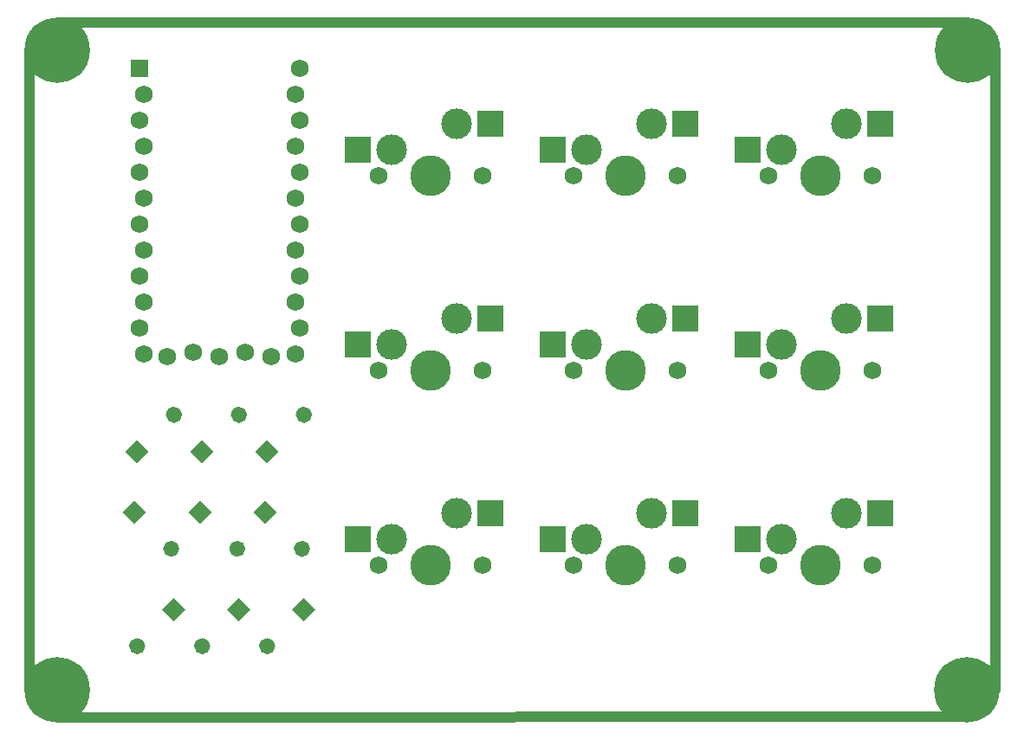
<source format=gbs>
G04 #@! TF.GenerationSoftware,KiCad,Pcbnew,(5.1.10-1-10_14)*
G04 #@! TF.CreationDate,2021-09-27T01:36:05+08:00*
G04 #@! TF.ProjectId,SMP v.2,534d5020-762e-4322-9e6b-696361645f70,rev?*
G04 #@! TF.SameCoordinates,Original*
G04 #@! TF.FileFunction,Soldermask,Bot*
G04 #@! TF.FilePolarity,Negative*
%FSLAX46Y46*%
G04 Gerber Fmt 4.6, Leading zero omitted, Abs format (unit mm)*
G04 Created by KiCad (PCBNEW (5.1.10-1-10_14)) date 2021-09-27 01:36:05*
%MOMM*%
%LPD*%
G01*
G04 APERTURE LIST*
%ADD10C,1.000000*%
%ADD11R,2.550000X2.500000*%
%ADD12C,1.750000*%
%ADD13C,3.000000*%
%ADD14C,3.987800*%
%ADD15C,6.400000*%
%ADD16C,1.752600*%
%ADD17R,1.752600X1.752600*%
%ADD18C,0.100000*%
G04 APERTURE END LIST*
D10*
X200459599Y-128577340D02*
X200459599Y-66194940D01*
X108822740Y-63340001D02*
X197639940Y-63340001D01*
X108817660Y-131274799D02*
X197637400Y-131249378D01*
X106094801Y-128577340D02*
X106094801Y-66194940D01*
D11*
X151117300Y-73177400D03*
X138190300Y-75717400D03*
D12*
X150355300Y-78257400D03*
X140195300Y-78257400D03*
D13*
X141465300Y-75717400D03*
D14*
X145275300Y-78257400D03*
D13*
X147815300Y-73177400D03*
D11*
X170167300Y-73177400D03*
X157240300Y-75717400D03*
D12*
X169405300Y-78257400D03*
X159245300Y-78257400D03*
D13*
X160515300Y-75717400D03*
D14*
X164325300Y-78257400D03*
D13*
X166865300Y-73177400D03*
D11*
X189217300Y-73177400D03*
X176290300Y-75717400D03*
D12*
X188455300Y-78257400D03*
X178295300Y-78257400D03*
D13*
X179565300Y-75717400D03*
D14*
X183375300Y-78257400D03*
D13*
X185915300Y-73177400D03*
D11*
X151117300Y-92227400D03*
X138190300Y-94767400D03*
D12*
X150355300Y-97307400D03*
X140195300Y-97307400D03*
D13*
X141465300Y-94767400D03*
D14*
X145275300Y-97307400D03*
D13*
X147815300Y-92227400D03*
D11*
X189217300Y-92227400D03*
X176290300Y-94767400D03*
D12*
X188455300Y-97307400D03*
X178295300Y-97307400D03*
D13*
X179565300Y-94767400D03*
D14*
X183375300Y-97307400D03*
D13*
X185915300Y-92227400D03*
D11*
X170167300Y-111277400D03*
X157240300Y-113817400D03*
D12*
X169405300Y-116357400D03*
X159245300Y-116357400D03*
D13*
X160515300Y-113817400D03*
D14*
X164325300Y-116357400D03*
D13*
X166865300Y-111277400D03*
D11*
X189217300Y-111277400D03*
X176290300Y-113817400D03*
D12*
X188455300Y-116357400D03*
X178295300Y-116357400D03*
D13*
X179565300Y-113817400D03*
D14*
X183375300Y-116357400D03*
D13*
X185915300Y-111277400D03*
D11*
X151117300Y-111277400D03*
X138190300Y-113817400D03*
D12*
X150355300Y-116357400D03*
X140195300Y-116357400D03*
D13*
X141465300Y-113817400D03*
D14*
X145275300Y-116357400D03*
D13*
X147815300Y-111277400D03*
D11*
X170167300Y-92227400D03*
X157240300Y-94767400D03*
D12*
X169405300Y-97307400D03*
X159245300Y-97307400D03*
D13*
X160515300Y-94767400D03*
D14*
X164325300Y-97307400D03*
D13*
X166865300Y-92227400D03*
D15*
X197713055Y-128549400D03*
X108794800Y-128574800D03*
X197759600Y-66040000D03*
X108794800Y-66040000D03*
D16*
X119583200Y-95986600D03*
X122123200Y-95529400D03*
X124663200Y-95986600D03*
X127203200Y-95529400D03*
X129743200Y-95986600D03*
X132511800Y-67818000D03*
X117271800Y-95758000D03*
X132054600Y-70358000D03*
X132511800Y-72898000D03*
X132054600Y-75438000D03*
X132511800Y-77978000D03*
X132054600Y-80518000D03*
X132511800Y-83058000D03*
X132054600Y-85598000D03*
X132511800Y-88138000D03*
X132054600Y-90678000D03*
X132511800Y-93218000D03*
X132054600Y-95758000D03*
X116814600Y-93218000D03*
X117271800Y-90678000D03*
X116814600Y-88138000D03*
X117271800Y-85598000D03*
X116814600Y-83058000D03*
X117271800Y-80518000D03*
X116814600Y-77978000D03*
X117271800Y-75438000D03*
X116814600Y-72898000D03*
X117271800Y-70358000D03*
D17*
X116814600Y-67818000D03*
G36*
G01*
X119649839Y-102258395D02*
X119649839Y-102258395D01*
G75*
G02*
X119649839Y-101127025I565685J565685D01*
G01*
X119649839Y-101127025D01*
G75*
G02*
X120781209Y-101127025I565685J-565685D01*
G01*
X120781209Y-101127025D01*
G75*
G02*
X120781209Y-102258395I-565685J-565685D01*
G01*
X120781209Y-102258395D01*
G75*
G02*
X119649839Y-102258395I-565685J565685D01*
G01*
G37*
D18*
G36*
X116623422Y-106416183D02*
G01*
X115492051Y-105284812D01*
X116623422Y-104153441D01*
X117754793Y-105284812D01*
X116623422Y-106416183D01*
G37*
G36*
G01*
X125999839Y-102258395D02*
X125999839Y-102258395D01*
G75*
G02*
X125999839Y-101127025I565685J565685D01*
G01*
X125999839Y-101127025D01*
G75*
G02*
X127131209Y-101127025I565685J-565685D01*
G01*
X127131209Y-101127025D01*
G75*
G02*
X127131209Y-102258395I-565685J-565685D01*
G01*
X127131209Y-102258395D01*
G75*
G02*
X125999839Y-102258395I-565685J565685D01*
G01*
G37*
G36*
X122973422Y-106416183D02*
G01*
X121842051Y-105284812D01*
X122973422Y-104153441D01*
X124104793Y-105284812D01*
X122973422Y-106416183D01*
G37*
G36*
G01*
X132349839Y-102258395D02*
X132349839Y-102258395D01*
G75*
G02*
X132349839Y-101127025I565685J565685D01*
G01*
X132349839Y-101127025D01*
G75*
G02*
X133481209Y-101127025I565685J-565685D01*
G01*
X133481209Y-101127025D01*
G75*
G02*
X133481209Y-102258395I-565685J-565685D01*
G01*
X133481209Y-102258395D01*
G75*
G02*
X132349839Y-102258395I-565685J565685D01*
G01*
G37*
G36*
X129323422Y-106416183D02*
G01*
X128192051Y-105284812D01*
X129323422Y-104153441D01*
X130454793Y-105284812D01*
X129323422Y-106416183D01*
G37*
G36*
G01*
X132161423Y-114230293D02*
X132161423Y-114230293D01*
G75*
G02*
X133292793Y-114230293I565685J-565685D01*
G01*
X133292793Y-114230293D01*
G75*
G02*
X133292793Y-115361663I-565685J-565685D01*
G01*
X133292793Y-115361663D01*
G75*
G02*
X132161423Y-115361663I-565685J565685D01*
G01*
X132161423Y-115361663D01*
G75*
G02*
X132161423Y-114230293I565685J565685D01*
G01*
G37*
G36*
X128003635Y-111203876D02*
G01*
X129135006Y-110072505D01*
X130266377Y-111203876D01*
X129135006Y-112335247D01*
X128003635Y-111203876D01*
G37*
G36*
G01*
X125831743Y-114230293D02*
X125831743Y-114230293D01*
G75*
G02*
X126963113Y-114230293I565685J-565685D01*
G01*
X126963113Y-114230293D01*
G75*
G02*
X126963113Y-115361663I-565685J-565685D01*
G01*
X126963113Y-115361663D01*
G75*
G02*
X125831743Y-115361663I-565685J565685D01*
G01*
X125831743Y-115361663D01*
G75*
G02*
X125831743Y-114230293I565685J565685D01*
G01*
G37*
G36*
X121673955Y-111203876D02*
G01*
X122805326Y-110072505D01*
X123936697Y-111203876D01*
X122805326Y-112335247D01*
X121673955Y-111203876D01*
G37*
G36*
G01*
X119377467Y-114230293D02*
X119377467Y-114230293D01*
G75*
G02*
X120508837Y-114230293I565685J-565685D01*
G01*
X120508837Y-114230293D01*
G75*
G02*
X120508837Y-115361663I-565685J-565685D01*
G01*
X120508837Y-115361663D01*
G75*
G02*
X119377467Y-115361663I-565685J565685D01*
G01*
X119377467Y-115361663D01*
G75*
G02*
X119377467Y-114230293I565685J565685D01*
G01*
G37*
G36*
X115219679Y-111203876D02*
G01*
X116351050Y-110072505D01*
X117482421Y-111203876D01*
X116351050Y-112335247D01*
X115219679Y-111203876D01*
G37*
G36*
G01*
X129889107Y-123755293D02*
X129889107Y-123755293D01*
G75*
G02*
X129889107Y-124886663I-565685J-565685D01*
G01*
X129889107Y-124886663D01*
G75*
G02*
X128757737Y-124886663I-565685J565685D01*
G01*
X128757737Y-124886663D01*
G75*
G02*
X128757737Y-123755293I565685J565685D01*
G01*
X128757737Y-123755293D01*
G75*
G02*
X129889107Y-123755293I565685J-565685D01*
G01*
G37*
G36*
X132915524Y-119597505D02*
G01*
X134046895Y-120728876D01*
X132915524Y-121860247D01*
X131784153Y-120728876D01*
X132915524Y-119597505D01*
G37*
G36*
G01*
X123539107Y-123755293D02*
X123539107Y-123755293D01*
G75*
G02*
X123539107Y-124886663I-565685J-565685D01*
G01*
X123539107Y-124886663D01*
G75*
G02*
X122407737Y-124886663I-565685J565685D01*
G01*
X122407737Y-124886663D01*
G75*
G02*
X122407737Y-123755293I565685J565685D01*
G01*
X122407737Y-123755293D01*
G75*
G02*
X123539107Y-123755293I565685J-565685D01*
G01*
G37*
G36*
X126565524Y-119597505D02*
G01*
X127696895Y-120728876D01*
X126565524Y-121860247D01*
X125434153Y-120728876D01*
X126565524Y-119597505D01*
G37*
G36*
G01*
X117189107Y-123755293D02*
X117189107Y-123755293D01*
G75*
G02*
X117189107Y-124886663I-565685J-565685D01*
G01*
X117189107Y-124886663D01*
G75*
G02*
X116057737Y-124886663I-565685J565685D01*
G01*
X116057737Y-124886663D01*
G75*
G02*
X116057737Y-123755293I565685J565685D01*
G01*
X116057737Y-123755293D01*
G75*
G02*
X117189107Y-123755293I565685J-565685D01*
G01*
G37*
G36*
X120215524Y-119597505D02*
G01*
X121346895Y-120728876D01*
X120215524Y-121860247D01*
X119084153Y-120728876D01*
X120215524Y-119597505D01*
G37*
M02*

</source>
